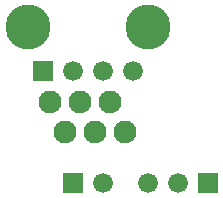
<source format=gbr>
G04 start of page 7 for group -4062 idx -4062 *
G04 Title: (unknown), soldermask *
G04 Creator: pcb 20110918 *
G04 CreationDate: Wed 06 Feb 2013 04:02:48 AM GMT UTC *
G04 For: railfan *
G04 Format: Gerber/RS-274X *
G04 PCB-Dimensions: 175000 175000 *
G04 PCB-Coordinate-Origin: lower left *
%MOIN*%
%FSLAX25Y25*%
%LNBOTTOMMASK*%
%ADD49C,0.1500*%
%ADD48C,0.0760*%
%ADD47C,0.0660*%
%ADD46C,0.0001*%
G54D46*G36*
X79200Y53300D02*Y46700D01*
X85800D01*
Y53300D01*
X79200D01*
G37*
G54D47*X92500Y50000D03*
G54D48*X90000Y67000D03*
X80000D03*
X100000D03*
G54D46*G36*
X124200Y53300D02*Y46700D01*
X130800D01*
Y53300D01*
X124200D01*
G37*
G54D47*X117500Y50000D03*
X107500D03*
G54D46*G36*
X69200Y90800D02*Y84200D01*
X75800D01*
Y90800D01*
X69200D01*
G37*
G54D47*X82500Y87500D03*
X92500D03*
X102500D03*
G54D48*X95000Y77000D03*
G54D49*X107500Y102000D03*
G54D48*X85000Y77000D03*
X75000D03*
G54D49*X67500Y102000D03*
M02*

</source>
